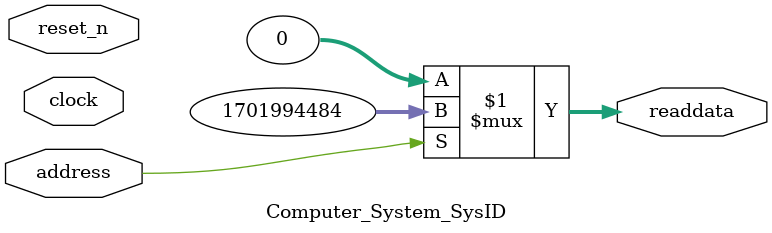
<source format=v>



// synthesis translate_off
`timescale 1ns / 1ps
// synthesis translate_on

// turn off superfluous verilog processor warnings 
// altera message_level Level1 
// altera message_off 10034 10035 10036 10037 10230 10240 10030 

module Computer_System_SysID (
               // inputs:
                address,
                clock,
                reset_n,

               // outputs:
                readdata
             )
;

  output  [ 31: 0] readdata;
  input            address;
  input            clock;
  input            reset_n;

  wire    [ 31: 0] readdata;
  //control_slave, which is an e_avalon_slave
  assign readdata = address ? 1701994484 : 0;

endmodule



</source>
